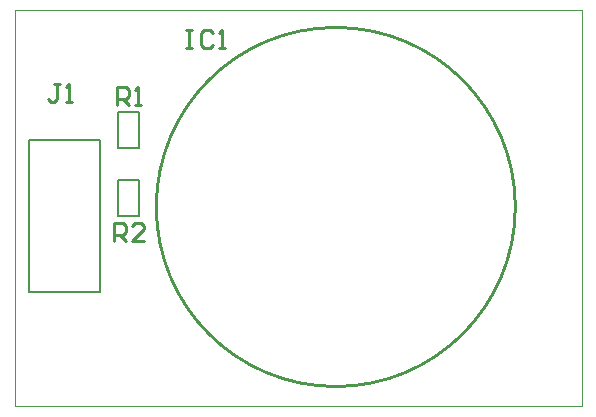
<source format=gto>
G04*
G04 #@! TF.GenerationSoftware,Altium Limited,Altium Designer,19.1.9 (167)*
G04*
G04 Layer_Color=65535*
%FSLAX25Y25*%
%MOIN*%
G70*
G01*
G75*
%ADD10C,0.01000*%
%ADD11C,0.00787*%
%ADD12C,0.00394*%
D10*
X145343Y-49000D02*
G03*
X145343Y-49000I-59842J0D01*
G01*
X11500Y-60244D02*
Y-54246D01*
X14499D01*
X15499Y-55246D01*
Y-57245D01*
X14499Y-58245D01*
X11500D01*
X13499D02*
X15499Y-60244D01*
X21497D02*
X17498D01*
X21497Y-56245D01*
Y-55246D01*
X20497Y-54246D01*
X18498D01*
X17498Y-55246D01*
X12500Y-15000D02*
Y-9002D01*
X15499D01*
X16499Y-10002D01*
Y-12001D01*
X15499Y-13001D01*
X12500D01*
X14499D02*
X16499Y-15000D01*
X18498D02*
X20497D01*
X19498D01*
Y-9002D01*
X18498Y-10002D01*
X-6501Y-8002D02*
X-8501D01*
X-7501D01*
Y-13000D01*
X-8501Y-14000D01*
X-9500D01*
X-10500Y-13000D01*
X-4502Y-14000D02*
X-2503D01*
X-3502D01*
Y-8002D01*
X-4502Y-9002D01*
X35500Y9998D02*
X37499D01*
X36500D01*
Y4000D01*
X35500D01*
X37499D01*
X44497Y8998D02*
X43497Y9998D01*
X41498D01*
X40498Y8998D01*
Y5000D01*
X41498Y4000D01*
X43497D01*
X44497Y5000D01*
X46496Y4000D02*
X48496D01*
X47496D01*
Y9998D01*
X46496Y8998D01*
D11*
X-16811Y-77433D02*
Y-26567D01*
X6811D01*
Y-77433D02*
Y-26567D01*
X-16811Y-77433D02*
X6811D01*
X20000Y-29500D02*
Y-17500D01*
X13000D02*
X20000D01*
X13000Y-29500D02*
Y-17500D01*
Y-29500D02*
X20000D01*
X13000Y-40000D02*
X20000D01*
Y-52000D02*
Y-40000D01*
X13000Y-52000D02*
X20000D01*
X13000D02*
Y-40000D01*
D12*
X-21500Y-115500D02*
Y16500D01*
Y-115500D02*
X167500D01*
Y16500D01*
X-21500D02*
X167500D01*
M02*

</source>
